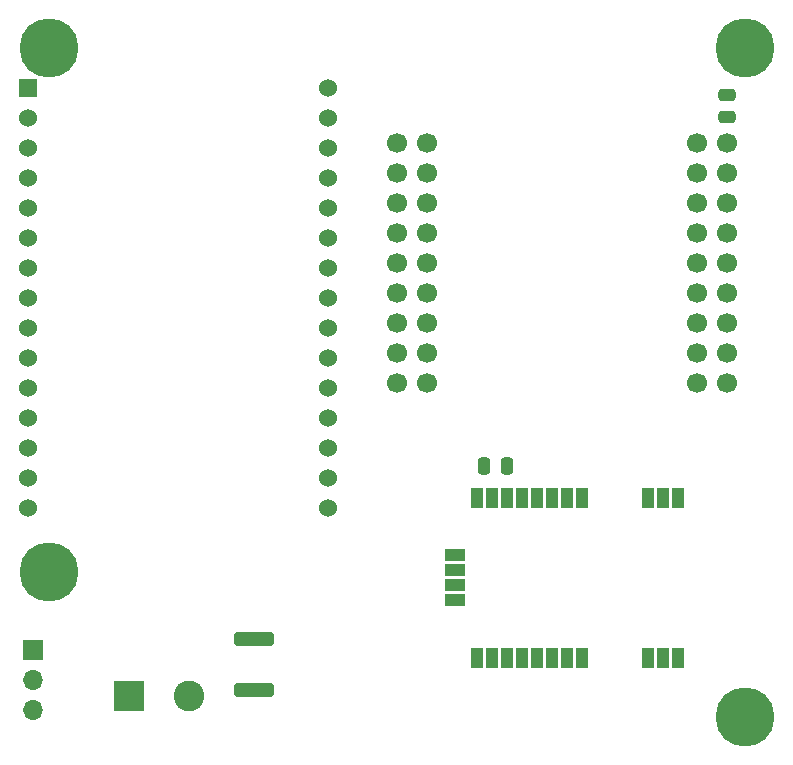
<source format=gts>
G04 #@! TF.GenerationSoftware,KiCad,Pcbnew,(6.0.2)*
G04 #@! TF.CreationDate,2022-09-28T01:38:39+02:00*
G04 #@! TF.ProjectId,LoRa-Gateway-E32,4c6f5261-2d47-4617-9465-7761792d4533,v1r1b*
G04 #@! TF.SameCoordinates,Original*
G04 #@! TF.FileFunction,Soldermask,Top*
G04 #@! TF.FilePolarity,Negative*
%FSLAX46Y46*%
G04 Gerber Fmt 4.6, Leading zero omitted, Abs format (unit mm)*
G04 Created by KiCad (PCBNEW (6.0.2)) date 2022-09-28 01:38:39*
%MOMM*%
%LPD*%
G01*
G04 APERTURE LIST*
G04 Aperture macros list*
%AMRoundRect*
0 Rectangle with rounded corners*
0 $1 Rounding radius*
0 $2 $3 $4 $5 $6 $7 $8 $9 X,Y pos of 4 corners*
0 Add a 4 corners polygon primitive as box body*
4,1,4,$2,$3,$4,$5,$6,$7,$8,$9,$2,$3,0*
0 Add four circle primitives for the rounded corners*
1,1,$1+$1,$2,$3*
1,1,$1+$1,$4,$5*
1,1,$1+$1,$6,$7*
1,1,$1+$1,$8,$9*
0 Add four rect primitives between the rounded corners*
20,1,$1+$1,$2,$3,$4,$5,0*
20,1,$1+$1,$4,$5,$6,$7,0*
20,1,$1+$1,$6,$7,$8,$9,0*
20,1,$1+$1,$8,$9,$2,$3,0*%
G04 Aperture macros list end*
%ADD10R,1.700000X1.700000*%
%ADD11O,1.700000X1.700000*%
%ADD12RoundRect,0.250000X-0.250000X-0.475000X0.250000X-0.475000X0.250000X0.475000X-0.250000X0.475000X0*%
%ADD13C,1.700000*%
%ADD14RoundRect,0.250000X0.475000X-0.250000X0.475000X0.250000X-0.475000X0.250000X-0.475000X-0.250000X0*%
%ADD15C,0.800000*%
%ADD16C,5.000000*%
%ADD17R,1.000000X1.800000*%
%ADD18R,1.800000X1.000000*%
%ADD19RoundRect,0.250000X-1.450000X0.312500X-1.450000X-0.312500X1.450000X-0.312500X1.450000X0.312500X0*%
%ADD20R,2.600000X2.600000*%
%ADD21C,2.600000*%
%ADD22R,1.524000X1.524000*%
%ADD23C,1.524000*%
G04 APERTURE END LIST*
D10*
X99150000Y-90300000D03*
D11*
X99150000Y-92840000D03*
X99150000Y-95380000D03*
D12*
X137350000Y-74750000D03*
X139250000Y-74750000D03*
D13*
X157880000Y-47375000D03*
X157880000Y-67695000D03*
X157880000Y-65155000D03*
X129940000Y-67695000D03*
X132480000Y-52455000D03*
X155340000Y-52455000D03*
X132480000Y-57535000D03*
X155340000Y-60075000D03*
X155340000Y-57535000D03*
X132480000Y-60075000D03*
X132480000Y-62615000D03*
X155340000Y-54995000D03*
X129940000Y-62615000D03*
X155340000Y-62615000D03*
X129940000Y-65155000D03*
X155340000Y-67695000D03*
X155340000Y-65155000D03*
X157880000Y-62615000D03*
X157880000Y-60075000D03*
X157880000Y-57535000D03*
X157880000Y-54995000D03*
X157880000Y-52455000D03*
X157880000Y-49915000D03*
X155340000Y-49915000D03*
X155340000Y-47375000D03*
X132480000Y-67695000D03*
X132480000Y-65155000D03*
X129940000Y-60075000D03*
X129940000Y-57535000D03*
X132480000Y-54995000D03*
X129940000Y-54995000D03*
X129940000Y-52455000D03*
X132480000Y-49915000D03*
X129940000Y-49915000D03*
X132480000Y-47375000D03*
X129940000Y-47375000D03*
D14*
X157850000Y-45200000D03*
X157850000Y-43300000D03*
D15*
X159400000Y-41175000D03*
X159400000Y-37425000D03*
X161275000Y-39300000D03*
D16*
X159400000Y-39300000D03*
D15*
X160725825Y-40625825D03*
X158074175Y-37974175D03*
X160725825Y-37974175D03*
X157525000Y-39300000D03*
X158074175Y-40625825D03*
X100500000Y-81825000D03*
X101825825Y-85025825D03*
X98625000Y-83700000D03*
X100500000Y-85575000D03*
X99174175Y-82374175D03*
D16*
X100500000Y-83700000D03*
D15*
X102375000Y-83700000D03*
X101825825Y-82374175D03*
X99174175Y-85025825D03*
X158074175Y-94674175D03*
X160725825Y-97325825D03*
X161275000Y-96000000D03*
D16*
X159400000Y-96000000D03*
D15*
X157525000Y-96000000D03*
X158074175Y-97325825D03*
X160725825Y-94674175D03*
X159400000Y-97875000D03*
X159400000Y-94125000D03*
D17*
X153700000Y-77397500D03*
X152430000Y-77397500D03*
X151160000Y-77397500D03*
X145590000Y-77397500D03*
X144320000Y-77397500D03*
X143050000Y-77397500D03*
X141780000Y-77397500D03*
X140510000Y-77397500D03*
X139240000Y-77397500D03*
X137970000Y-77397500D03*
X136700000Y-77397500D03*
D18*
X134900000Y-82297500D03*
X134900000Y-83557500D03*
X134900000Y-84827500D03*
X134900000Y-86107500D03*
D17*
X136700000Y-90997500D03*
X137970000Y-90997500D03*
X139240000Y-90997500D03*
X140510000Y-90997500D03*
X141780000Y-90997500D03*
X143050000Y-90997500D03*
X144320000Y-90997500D03*
X145590000Y-90997500D03*
X151160000Y-90997500D03*
X152430000Y-90997500D03*
X153700000Y-90997500D03*
D19*
X117850000Y-89400000D03*
X117850000Y-93675000D03*
D15*
X98625000Y-39300000D03*
X100500000Y-41175000D03*
X99174175Y-37974175D03*
D16*
X100500000Y-39300000D03*
D15*
X100500000Y-37425000D03*
X101825825Y-40625825D03*
X102375000Y-39300000D03*
X101825825Y-37974175D03*
X99174175Y-40625825D03*
D20*
X107300000Y-94205000D03*
D21*
X112380000Y-94205000D03*
D22*
X98700000Y-42740000D03*
D23*
X98700000Y-45280000D03*
X98700000Y-47820000D03*
X98700000Y-50360000D03*
X98700000Y-52900000D03*
X98700000Y-55440000D03*
X98700000Y-57980000D03*
X98700000Y-60520000D03*
X98700000Y-63060000D03*
X98700000Y-65600000D03*
X98700000Y-68140000D03*
X98700000Y-70680000D03*
X98700000Y-73220000D03*
X98700000Y-75760000D03*
X98700000Y-78300000D03*
X124100000Y-78300000D03*
X124100000Y-75760000D03*
X124100000Y-73220000D03*
X124100000Y-70680000D03*
X124100000Y-68140000D03*
X124100000Y-65600000D03*
X124100000Y-63060000D03*
X124100000Y-60520000D03*
X124100000Y-57980000D03*
X124100000Y-55440000D03*
X124100000Y-52900000D03*
X124100000Y-50360000D03*
X124100000Y-47820000D03*
X124100000Y-45280000D03*
X124100000Y-42740000D03*
M02*

</source>
